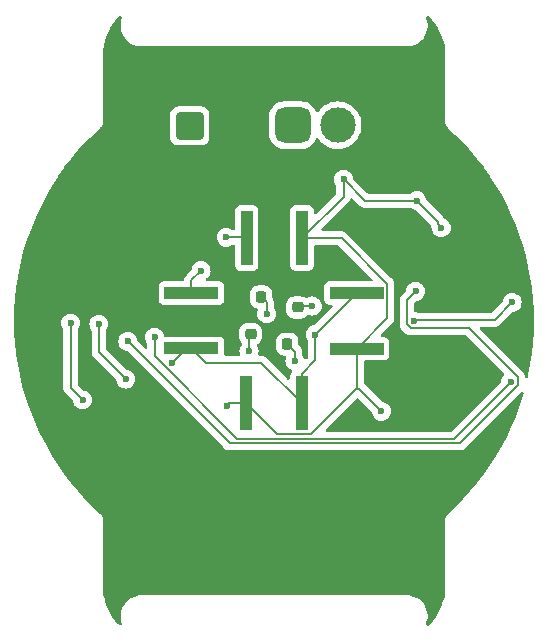
<source format=gbr>
%TF.GenerationSoftware,KiCad,Pcbnew,8.0.1*%
%TF.CreationDate,2024-08-07T16:32:43+02:00*%
%TF.ProjectId,TEP000,54455030-3030-42e6-9b69-6361645f7063,rev?*%
%TF.SameCoordinates,Original*%
%TF.FileFunction,Copper,L2,Bot*%
%TF.FilePolarity,Positive*%
%FSLAX46Y46*%
G04 Gerber Fmt 4.6, Leading zero omitted, Abs format (unit mm)*
G04 Created by KiCad (PCBNEW 8.0.1) date 2024-08-07 16:32:43*
%MOMM*%
%LPD*%
G01*
G04 APERTURE LIST*
G04 Aperture macros list*
%AMRoundRect*
0 Rectangle with rounded corners*
0 $1 Rounding radius*
0 $2 $3 $4 $5 $6 $7 $8 $9 X,Y pos of 4 corners*
0 Add a 4 corners polygon primitive as box body*
4,1,4,$2,$3,$4,$5,$6,$7,$8,$9,$2,$3,0*
0 Add four circle primitives for the rounded corners*
1,1,$1+$1,$2,$3*
1,1,$1+$1,$4,$5*
1,1,$1+$1,$6,$7*
1,1,$1+$1,$8,$9*
0 Add four rect primitives between the rounded corners*
20,1,$1+$1,$2,$3,$4,$5,0*
20,1,$1+$1,$4,$5,$6,$7,0*
20,1,$1+$1,$6,$7,$8,$9,0*
20,1,$1+$1,$8,$9,$2,$3,0*%
G04 Aperture macros list end*
%TA.AperFunction,ComponentPad*%
%ADD10RoundRect,0.200100X0.949900X-0.949900X0.949900X0.949900X-0.949900X0.949900X-0.949900X-0.949900X0*%
%TD*%
%TA.AperFunction,ComponentPad*%
%ADD11C,2.500000*%
%TD*%
%TA.AperFunction,ComponentPad*%
%ADD12RoundRect,0.750000X-0.750000X-0.750000X0.750000X-0.750000X0.750000X0.750000X-0.750000X0.750000X0*%
%TD*%
%TA.AperFunction,ComponentPad*%
%ADD13C,3.000000*%
%TD*%
%TA.AperFunction,SMDPad,CuDef*%
%ADD14R,4.550000X1.000000*%
%TD*%
%TA.AperFunction,SMDPad,CuDef*%
%ADD15RoundRect,0.218750X0.256250X-0.218750X0.256250X0.218750X-0.256250X0.218750X-0.256250X-0.218750X0*%
%TD*%
%TA.AperFunction,SMDPad,CuDef*%
%ADD16RoundRect,0.218750X0.218750X0.256250X-0.218750X0.256250X-0.218750X-0.256250X0.218750X-0.256250X0*%
%TD*%
%TA.AperFunction,SMDPad,CuDef*%
%ADD17RoundRect,0.218750X-0.218750X-0.256250X0.218750X-0.256250X0.218750X0.256250X-0.218750X0.256250X0*%
%TD*%
%TA.AperFunction,SMDPad,CuDef*%
%ADD18R,1.000000X4.550000*%
%TD*%
%TA.AperFunction,SMDPad,CuDef*%
%ADD19RoundRect,0.218750X-0.256250X0.218750X-0.256250X-0.218750X0.256250X-0.218750X0.256250X0.218750X0*%
%TD*%
%TA.AperFunction,ViaPad*%
%ADD20C,0.600000*%
%TD*%
%TA.AperFunction,Conductor*%
%ADD21C,0.200000*%
%TD*%
G04 APERTURE END LIST*
D10*
%TO.P,J1,1,In*%
%TO.N,Net-(J1-In)*%
X127254000Y-60426600D03*
D11*
%TO.P,J1,2,Ext*%
%TO.N,GND*%
X124714000Y-62966600D03*
X129794000Y-62966600D03*
X124714000Y-57886600D03*
X129794000Y-57886600D03*
%TD*%
D12*
%TO.P,J2,1,Pin_1*%
%TO.N,Net-(J2-Pin_1)*%
X135966200Y-60350400D03*
D13*
%TO.P,J2,2,Pin_2*%
%TO.N,unconnected-(J2-Pin_2-Pad2)*%
X139776200Y-60350400D03*
%TO.P,J2,3,Pin_3*%
%TO.N,GND*%
X143586200Y-60350400D03*
%TD*%
D14*
%TO.P,D8,1,K*%
%TO.N,+5V*%
X127381000Y-74561200D03*
%TO.P,D8,2,A*%
%TO.N,Net-(D5-A)*%
X127381000Y-79261200D03*
%TD*%
%TO.P,D6,1,K*%
%TO.N,+5V*%
X141376400Y-79279000D03*
%TO.P,D6,2,A*%
%TO.N,Net-(D5-A)*%
X141376400Y-74579000D03*
%TD*%
D15*
%TO.P,D2,1,K*%
%TO.N,GND*%
X136372600Y-77368500D03*
%TO.P,D2,2,A*%
%TO.N,Net-(D2-A)*%
X136372600Y-75793500D03*
%TD*%
D16*
%TO.P,D1,1,K*%
%TO.N,GND*%
X134874100Y-74904600D03*
%TO.P,D1,2,A*%
%TO.N,Net-(D1-A)*%
X133299100Y-74904600D03*
%TD*%
D17*
%TO.P,D3,1,K*%
%TO.N,GND*%
X133934100Y-78892400D03*
%TO.P,D3,2,A*%
%TO.N,Net-(D3-A)*%
X135509100Y-78892400D03*
%TD*%
D18*
%TO.P,D7,1,K*%
%TO.N,+5V*%
X132016000Y-83921600D03*
%TO.P,D7,2,A*%
%TO.N,Net-(D5-A)*%
X136716000Y-83921600D03*
%TD*%
%TO.P,D5,1,K*%
%TO.N,+5V*%
X136759200Y-69926200D03*
%TO.P,D5,2,A*%
%TO.N,Net-(D5-A)*%
X132059200Y-69926200D03*
%TD*%
D19*
%TO.P,D4,1,K*%
%TO.N,GND*%
X132384800Y-76453900D03*
%TO.P,D4,2,A*%
%TO.N,Net-(D4-A)*%
X132384800Y-78028900D03*
%TD*%
D20*
%TO.N,+5V*%
X143459200Y-84582000D03*
%TO.N,Net-(D5-A)*%
X130327400Y-69850000D03*
X137871200Y-78084200D03*
%TO.N,-3V3*%
X146354800Y-74422000D03*
X121996200Y-78663800D03*
%TO.N,Net-(J1-In)*%
X117144800Y-77114400D03*
X118160800Y-83616800D03*
%TO.N,+3V3*%
X124256800Y-78308200D03*
X154406600Y-82118200D03*
%TO.N,Net-(D2-A)*%
X137617200Y-75666600D03*
%TO.N,Net-(D3-A)*%
X136144000Y-80314800D03*
%TO.N,Net-(D1-A)*%
X133756400Y-76327000D03*
%TO.N,Net-(D4-A)*%
X132257800Y-79451200D03*
%TO.N,Net-(U4--IN)*%
X154533600Y-75361800D03*
X146202400Y-76962000D03*
%TO.N,+5V*%
X130378200Y-84124800D03*
X128193800Y-72669400D03*
X140258800Y-64947800D03*
X146456400Y-66751200D03*
X148539200Y-69037200D03*
%TO.N,Net-(D5-A)*%
X125730000Y-80518000D03*
%TO.N,Net-(C2-Pad2)*%
X121833700Y-81860200D03*
X119547700Y-77212000D03*
%TD*%
D21*
%TO.N,Net-(D5-A)*%
X131983000Y-69850000D02*
X132059200Y-69926200D01*
X130327400Y-69850000D02*
X131983000Y-69850000D01*
%TO.N,+5V*%
X141533800Y-82656600D02*
X141356000Y-82656600D01*
X143459200Y-84582000D02*
X141533800Y-82656600D01*
X141356000Y-82656600D02*
X137516000Y-86496600D01*
X141376400Y-82636200D02*
X141356000Y-82656600D01*
%TO.N,-3V3*%
X145602400Y-75174400D02*
X146354800Y-74422000D01*
X145602400Y-77225600D02*
X145602400Y-75174400D01*
X145938800Y-77562000D02*
X145602400Y-77225600D01*
X150891800Y-77562000D02*
X145938800Y-77562000D01*
X121996200Y-78663800D02*
X130629000Y-87296600D01*
X155006600Y-82381800D02*
X155006600Y-81676800D01*
X150091800Y-87296600D02*
X155006600Y-82381800D01*
X155006600Y-81676800D02*
X150891800Y-77562000D01*
X130629000Y-87296600D02*
X150091800Y-87296600D01*
%TO.N,Net-(J1-In)*%
X117144800Y-82600800D02*
X117144800Y-77114400D01*
X118160800Y-83616800D02*
X117144800Y-82600800D01*
%TO.N,+3V3*%
X149628200Y-86896600D02*
X131260071Y-86896600D01*
X154406600Y-82118200D02*
X149628200Y-86896600D01*
X131260071Y-86896600D02*
X124256800Y-79893329D01*
X124256800Y-79893329D02*
X124256800Y-78308200D01*
%TO.N,Net-(D2-A)*%
X137617200Y-75666600D02*
X136499500Y-75666600D01*
X136499500Y-75666600D02*
X136372600Y-75793500D01*
%TO.N,Net-(D3-A)*%
X136144000Y-79527300D02*
X135509100Y-78892400D01*
X136144000Y-80314800D02*
X136144000Y-79527300D01*
%TO.N,Net-(D1-A)*%
X133756400Y-75361900D02*
X133299100Y-74904600D01*
X133756400Y-76327000D02*
X133756400Y-75361900D01*
%TO.N,Net-(D4-A)*%
X132257800Y-79451200D02*
X132257800Y-78155900D01*
X132257800Y-78155900D02*
X132384800Y-78028900D01*
%TO.N,Net-(U4--IN)*%
X153060400Y-76835000D02*
X154533600Y-75361800D01*
X146329400Y-76835000D02*
X153060400Y-76835000D01*
X146202400Y-76962000D02*
X146329400Y-76835000D01*
%TO.N,+5V*%
X127381000Y-73482200D02*
X127381000Y-74561200D01*
X128193800Y-72669400D02*
X127381000Y-73482200D01*
X130581400Y-83921600D02*
X130378200Y-84124800D01*
X132016000Y-83921600D02*
X130581400Y-83921600D01*
X137516000Y-86496600D02*
X134591000Y-86496600D01*
X134591000Y-86496600D02*
X132016000Y-83921600D01*
X141376400Y-79279000D02*
X141376400Y-82636200D01*
X143951400Y-76704000D02*
X141376400Y-79279000D01*
X143951400Y-73779000D02*
X143951400Y-76704000D01*
X140098600Y-69926200D02*
X143951400Y-73779000D01*
X136759200Y-69926200D02*
X140098600Y-69926200D01*
X140258800Y-66426600D02*
X136759200Y-69926200D01*
X140258800Y-64947800D02*
X140258800Y-66426600D01*
X142062200Y-66751200D02*
X146456400Y-66751200D01*
X140258800Y-64947800D02*
X142062200Y-66751200D01*
X148234400Y-68529200D02*
X146456400Y-66751200D01*
X148234400Y-68732400D02*
X148234400Y-68529200D01*
X148539200Y-69037200D02*
X148234400Y-68732400D01*
%TO.N,Net-(D5-A)*%
X126986800Y-79261200D02*
X125730000Y-80518000D01*
X127381000Y-79261200D02*
X126986800Y-79261200D01*
X136716000Y-81419200D02*
X136716000Y-83921600D01*
X137871200Y-80264000D02*
X136716000Y-81419200D01*
X137871200Y-78084200D02*
X137871200Y-80264000D01*
X141376400Y-74579000D02*
X137871200Y-78084200D01*
X128587000Y-80467200D02*
X127381000Y-79261200D01*
X136716000Y-83921600D02*
X133261600Y-80467200D01*
X133261600Y-80467200D02*
X128587000Y-80467200D01*
%TO.N,Net-(C2-Pad2)*%
X119547700Y-79574200D02*
X119547700Y-77212000D01*
X121833700Y-81860200D02*
X119547700Y-79574200D01*
%TD*%
%TA.AperFunction,Conductor*%
%TO.N,GND*%
G36*
X121427939Y-51124032D02*
G01*
X121481993Y-51168303D01*
X121503531Y-51234770D01*
X121492375Y-51289720D01*
X121485674Y-51304392D01*
X121415129Y-51544646D01*
X121415126Y-51544657D01*
X121379492Y-51792502D01*
X121379492Y-52042897D01*
X121415126Y-52290742D01*
X121415129Y-52290753D01*
X121485674Y-52531007D01*
X121589685Y-52758760D01*
X121589694Y-52758777D01*
X121725066Y-52969419D01*
X121725072Y-52969426D01*
X121889040Y-53158657D01*
X121889042Y-53158659D01*
X122078273Y-53322627D01*
X122078280Y-53322633D01*
X122288922Y-53458005D01*
X122288939Y-53458014D01*
X122516692Y-53562025D01*
X122516696Y-53562026D01*
X122516698Y-53562027D01*
X122756952Y-53632572D01*
X122756954Y-53632572D01*
X122756957Y-53632573D01*
X122805851Y-53639602D01*
X123004801Y-53668208D01*
X123004802Y-53668208D01*
X145703859Y-53668208D01*
X145704104Y-53668192D01*
X145755195Y-53668192D01*
X145755198Y-53668192D01*
X145958625Y-53638943D01*
X146003039Y-53632558D01*
X146003040Y-53632557D01*
X146003044Y-53632557D01*
X146243297Y-53562012D01*
X146243300Y-53562010D01*
X146243302Y-53562010D01*
X146471052Y-53458000D01*
X146471056Y-53457997D01*
X146471064Y-53457994D01*
X146681710Y-53322620D01*
X146870946Y-53158646D01*
X147034920Y-52969410D01*
X147170294Y-52758764D01*
X147170297Y-52758756D01*
X147170300Y-52758752D01*
X147274310Y-52531002D01*
X147274310Y-52531000D01*
X147274312Y-52530997D01*
X147344857Y-52290744D01*
X147380492Y-52042898D01*
X147380492Y-51792502D01*
X147344857Y-51544656D01*
X147274312Y-51304403D01*
X147269566Y-51294012D01*
X147267604Y-51289714D01*
X147257661Y-51220555D01*
X147286687Y-51157000D01*
X147345466Y-51119226D01*
X147415335Y-51119227D01*
X147464170Y-51146780D01*
X147557632Y-51232423D01*
X147565270Y-51240060D01*
X147726655Y-51416181D01*
X147823159Y-51521497D01*
X147830108Y-51529780D01*
X147841524Y-51544657D01*
X148062472Y-51832602D01*
X148068677Y-51841463D01*
X148273771Y-52163397D01*
X148279179Y-52172765D01*
X148455427Y-52511335D01*
X148459996Y-52521132D01*
X148606071Y-52873792D01*
X148609768Y-52883948D01*
X148724548Y-53247986D01*
X148727347Y-53258433D01*
X148809964Y-53631093D01*
X148809965Y-53631095D01*
X148811843Y-53641749D01*
X148861664Y-54020179D01*
X148862607Y-54030956D01*
X148879382Y-54415197D01*
X148879500Y-54420605D01*
X148879500Y-60082607D01*
X148876875Y-60107987D01*
X148876609Y-60109257D01*
X148876609Y-60109259D01*
X148879308Y-60157688D01*
X148879500Y-60164588D01*
X148879500Y-60213096D01*
X148879837Y-60214352D01*
X148883869Y-60239536D01*
X148883941Y-60240839D01*
X148899080Y-60286913D01*
X148901050Y-60293523D01*
X148913608Y-60340388D01*
X148913610Y-60340392D01*
X148914262Y-60341521D01*
X148924668Y-60364787D01*
X148925079Y-60366037D01*
X148925081Y-60366042D01*
X148951639Y-60406644D01*
X148955253Y-60412520D01*
X148979497Y-60454511D01*
X148979498Y-60454512D01*
X148979500Y-60454515D01*
X148980415Y-60455430D01*
X148996506Y-60475233D01*
X148997220Y-60476324D01*
X148997224Y-60476328D01*
X149033383Y-60508669D01*
X149038398Y-60513413D01*
X149072684Y-60547700D01*
X149079129Y-60552645D01*
X149078880Y-60552969D01*
X149091068Y-60561992D01*
X149720830Y-61149562D01*
X149724568Y-61153199D01*
X150370177Y-61808448D01*
X150373757Y-61812238D01*
X150861602Y-62350899D01*
X150991251Y-62494052D01*
X150994669Y-62497990D01*
X151582932Y-63205136D01*
X151586182Y-63209213D01*
X152144231Y-63940511D01*
X152147306Y-63944722D01*
X152674095Y-64698803D01*
X152676991Y-64703140D01*
X153171611Y-65478701D01*
X153174322Y-65483155D01*
X153635909Y-66278839D01*
X153638430Y-66283403D01*
X154066153Y-67097782D01*
X154068480Y-67102448D01*
X154461597Y-67934107D01*
X154463725Y-67938867D01*
X154821516Y-68786286D01*
X154823443Y-68791132D01*
X155145297Y-69652859D01*
X155147018Y-69657780D01*
X155432362Y-70532279D01*
X155433875Y-70537270D01*
X155682194Y-71422972D01*
X155683496Y-71428020D01*
X155894371Y-72323418D01*
X155895459Y-72328518D01*
X156068497Y-73231957D01*
X156069370Y-73237098D01*
X156204274Y-74147022D01*
X156204930Y-74152194D01*
X156301462Y-75066988D01*
X156301900Y-75072184D01*
X156359886Y-75990205D01*
X156360106Y-75995415D01*
X156379447Y-76915101D01*
X156379447Y-76920315D01*
X156360106Y-77840001D01*
X156359886Y-77845211D01*
X156301900Y-78763235D01*
X156301462Y-78768431D01*
X156204931Y-79683219D01*
X156204275Y-79688391D01*
X156069370Y-80598318D01*
X156068497Y-80603459D01*
X155895458Y-81506903D01*
X155894370Y-81512002D01*
X155851799Y-81692767D01*
X155817271Y-81753509D01*
X155755385Y-81785941D01*
X155685788Y-81779766D01*
X155630578Y-81736945D01*
X155607284Y-81671073D01*
X155607101Y-81664342D01*
X155607101Y-81597745D01*
X155607101Y-81597743D01*
X155566177Y-81445015D01*
X155515903Y-81357938D01*
X155487120Y-81308084D01*
X155375316Y-81196280D01*
X155375315Y-81196279D01*
X155370985Y-81191949D01*
X155370974Y-81191939D01*
X151826216Y-77647181D01*
X151792731Y-77585858D01*
X151797715Y-77516166D01*
X151839587Y-77460233D01*
X151905051Y-77435816D01*
X151913897Y-77435500D01*
X152973731Y-77435500D01*
X152973747Y-77435501D01*
X152981343Y-77435501D01*
X153139454Y-77435501D01*
X153139457Y-77435501D01*
X153292185Y-77394577D01*
X153354826Y-77358411D01*
X153429116Y-77315520D01*
X153540920Y-77203716D01*
X153540920Y-77203714D01*
X153551124Y-77193511D01*
X153551128Y-77193506D01*
X154552135Y-76192498D01*
X154613456Y-76159015D01*
X154625911Y-76156963D01*
X154712855Y-76147168D01*
X154883122Y-76087589D01*
X155035862Y-75991616D01*
X155163416Y-75864062D01*
X155259389Y-75711322D01*
X155318968Y-75541055D01*
X155318969Y-75541049D01*
X155339165Y-75361803D01*
X155339165Y-75361796D01*
X155318969Y-75182550D01*
X155318968Y-75182545D01*
X155300621Y-75130113D01*
X155259389Y-75012278D01*
X155163416Y-74859538D01*
X155035862Y-74731984D01*
X154975217Y-74693878D01*
X154883123Y-74636011D01*
X154712854Y-74576431D01*
X154712849Y-74576430D01*
X154533604Y-74556235D01*
X154533596Y-74556235D01*
X154354350Y-74576430D01*
X154354345Y-74576431D01*
X154184076Y-74636011D01*
X154031337Y-74731984D01*
X153903784Y-74859537D01*
X153807810Y-75012278D01*
X153748230Y-75182550D01*
X153738437Y-75269468D01*
X153711370Y-75333882D01*
X153702898Y-75343265D01*
X152847984Y-76198181D01*
X152786661Y-76231666D01*
X152760303Y-76234500D01*
X146568102Y-76234500D01*
X146527148Y-76227542D01*
X146381649Y-76176630D01*
X146313016Y-76168897D01*
X146248602Y-76141830D01*
X146209047Y-76084235D01*
X146202900Y-76045677D01*
X146202900Y-75474496D01*
X146222585Y-75407457D01*
X146239210Y-75386824D01*
X146373336Y-75252697D01*
X146434655Y-75219215D01*
X146447111Y-75217163D01*
X146534055Y-75207368D01*
X146704322Y-75147789D01*
X146857062Y-75051816D01*
X146984616Y-74924262D01*
X147080589Y-74771522D01*
X147140168Y-74601255D01*
X147140261Y-74600431D01*
X147160365Y-74422003D01*
X147160365Y-74421996D01*
X147140169Y-74242750D01*
X147140168Y-74242745D01*
X147087868Y-74093280D01*
X147080589Y-74072478D01*
X147054611Y-74031135D01*
X146996822Y-73939164D01*
X146984616Y-73919738D01*
X146857062Y-73792184D01*
X146744498Y-73721455D01*
X146704323Y-73696211D01*
X146534054Y-73636631D01*
X146534049Y-73636630D01*
X146354804Y-73616435D01*
X146354796Y-73616435D01*
X146175550Y-73636630D01*
X146175545Y-73636631D01*
X146005276Y-73696211D01*
X145852537Y-73792184D01*
X145724984Y-73919737D01*
X145629010Y-74072478D01*
X145569430Y-74242750D01*
X145559637Y-74329668D01*
X145532570Y-74394082D01*
X145524098Y-74403465D01*
X145233686Y-74693878D01*
X145121881Y-74805682D01*
X145121877Y-74805687D01*
X145090788Y-74859537D01*
X145078177Y-74881380D01*
X145056772Y-74918455D01*
X145043865Y-74940811D01*
X145042823Y-74942615D01*
X145001899Y-75095343D01*
X145001899Y-75095345D01*
X145001899Y-75263446D01*
X145001900Y-75263459D01*
X145001900Y-77138930D01*
X145001899Y-77138948D01*
X145001899Y-77304654D01*
X145001898Y-77304654D01*
X145001899Y-77304657D01*
X145025993Y-77394577D01*
X145042824Y-77457387D01*
X145057578Y-77482941D01*
X145057579Y-77482943D01*
X145121877Y-77594312D01*
X145121881Y-77594317D01*
X145240749Y-77713185D01*
X145240755Y-77713190D01*
X145453939Y-77926374D01*
X145453949Y-77926385D01*
X145458279Y-77930715D01*
X145458280Y-77930716D01*
X145570084Y-78042520D01*
X145570086Y-78042521D01*
X145570090Y-78042524D01*
X145707009Y-78121573D01*
X145707016Y-78121577D01*
X145818250Y-78151382D01*
X145818249Y-78151382D01*
X145829367Y-78154360D01*
X145859742Y-78162500D01*
X145859743Y-78162500D01*
X150591703Y-78162500D01*
X150658742Y-78182185D01*
X150679384Y-78198819D01*
X153848962Y-81368397D01*
X153882447Y-81429720D01*
X153877463Y-81499412D01*
X153848963Y-81543759D01*
X153776783Y-81615939D01*
X153680810Y-81768678D01*
X153621230Y-81938950D01*
X153611437Y-82025868D01*
X153584370Y-82090282D01*
X153575898Y-82099665D01*
X149415784Y-86259781D01*
X149354461Y-86293266D01*
X149328103Y-86296100D01*
X138865097Y-86296100D01*
X138798058Y-86276415D01*
X138752303Y-86223611D01*
X138742359Y-86154453D01*
X138771384Y-86090897D01*
X138777416Y-86084419D01*
X141357218Y-83504616D01*
X141418541Y-83471131D01*
X141488233Y-83476115D01*
X141532580Y-83504616D01*
X142628498Y-84600534D01*
X142661983Y-84661857D01*
X142664037Y-84674331D01*
X142673830Y-84761249D01*
X142733410Y-84931521D01*
X142804264Y-85044284D01*
X142829384Y-85084262D01*
X142956938Y-85211816D01*
X143109678Y-85307789D01*
X143279945Y-85367368D01*
X143279950Y-85367369D01*
X143459196Y-85387565D01*
X143459200Y-85387565D01*
X143459204Y-85387565D01*
X143638449Y-85367369D01*
X143638452Y-85367368D01*
X143638455Y-85367368D01*
X143808722Y-85307789D01*
X143961462Y-85211816D01*
X144089016Y-85084262D01*
X144184989Y-84931522D01*
X144244568Y-84761255D01*
X144254362Y-84674331D01*
X144264765Y-84582003D01*
X144264765Y-84581996D01*
X144244569Y-84402750D01*
X144244568Y-84402745D01*
X144244366Y-84402168D01*
X144184989Y-84232478D01*
X144089016Y-84079738D01*
X143961462Y-83952184D01*
X143950896Y-83945545D01*
X143808721Y-83856210D01*
X143638449Y-83796630D01*
X143551531Y-83786837D01*
X143487117Y-83759770D01*
X143477734Y-83751298D01*
X142021390Y-82294955D01*
X142021388Y-82294952D01*
X142013219Y-82286783D01*
X142010284Y-82281408D01*
X142005897Y-82276057D01*
X142005895Y-82276054D01*
X142006969Y-82275337D01*
X141979734Y-82225460D01*
X141976900Y-82199102D01*
X141976900Y-80403499D01*
X141996585Y-80336460D01*
X142049389Y-80290705D01*
X142100900Y-80279499D01*
X143699271Y-80279499D01*
X143699272Y-80279499D01*
X143758883Y-80273091D01*
X143893731Y-80222796D01*
X144008946Y-80136546D01*
X144095196Y-80021331D01*
X144145491Y-79886483D01*
X144151900Y-79826873D01*
X144151899Y-78731128D01*
X144145491Y-78671517D01*
X144142611Y-78663796D01*
X144095197Y-78536671D01*
X144095193Y-78536664D01*
X144008947Y-78421455D01*
X144008944Y-78421452D01*
X143893735Y-78335206D01*
X143893728Y-78335202D01*
X143758882Y-78284908D01*
X143758883Y-78284908D01*
X143699283Y-78278501D01*
X143699281Y-78278500D01*
X143699273Y-78278500D01*
X143699265Y-78278500D01*
X143525496Y-78278500D01*
X143458457Y-78258815D01*
X143412702Y-78206011D01*
X143402758Y-78136853D01*
X143431783Y-78073297D01*
X143437815Y-78066819D01*
X143858656Y-77645978D01*
X144309906Y-77194728D01*
X144309911Y-77194724D01*
X144320114Y-77184520D01*
X144320116Y-77184520D01*
X144431920Y-77072716D01*
X144485324Y-76980216D01*
X144510977Y-76935785D01*
X144551901Y-76783057D01*
X144551901Y-76624943D01*
X144551901Y-76617348D01*
X144551900Y-76617330D01*
X144551900Y-73868059D01*
X144551901Y-73868046D01*
X144551901Y-73699945D01*
X144551901Y-73699943D01*
X144510977Y-73547215D01*
X144469263Y-73474965D01*
X144431920Y-73410284D01*
X144320116Y-73298480D01*
X144320115Y-73298479D01*
X144315785Y-73294149D01*
X144315774Y-73294139D01*
X140586190Y-69564555D01*
X140586188Y-69564552D01*
X140467317Y-69445681D01*
X140467316Y-69445680D01*
X140365197Y-69386722D01*
X140330385Y-69366623D01*
X140177657Y-69325699D01*
X140019543Y-69325699D01*
X140011947Y-69325699D01*
X140011931Y-69325700D01*
X138508297Y-69325700D01*
X138441258Y-69306015D01*
X138395503Y-69253211D01*
X138385559Y-69184053D01*
X138414584Y-69120497D01*
X138420616Y-69114019D01*
X139458170Y-68076465D01*
X140739320Y-66795316D01*
X140818377Y-66658384D01*
X140826562Y-66627836D01*
X140862926Y-66568179D01*
X140925773Y-66537650D01*
X140995149Y-66545945D01*
X141034016Y-66572251D01*
X141693484Y-67231720D01*
X141693486Y-67231721D01*
X141693490Y-67231724D01*
X141830409Y-67310773D01*
X141830416Y-67310777D01*
X141983143Y-67351701D01*
X141983145Y-67351701D01*
X142148854Y-67351701D01*
X142148870Y-67351700D01*
X145873988Y-67351700D01*
X145941027Y-67371385D01*
X145951303Y-67378755D01*
X145954136Y-67381014D01*
X145954138Y-67381016D01*
X146106878Y-67476989D01*
X146277145Y-67536568D01*
X146364069Y-67546361D01*
X146428480Y-67573426D01*
X146437865Y-67581900D01*
X147599052Y-68743087D01*
X147632537Y-68804410D01*
X147633516Y-68810026D01*
X147674823Y-68964185D01*
X147701113Y-69009720D01*
X147701114Y-69009723D01*
X147724737Y-69050641D01*
X147740569Y-69098755D01*
X147753830Y-69216449D01*
X147813410Y-69386721D01*
X147850456Y-69445679D01*
X147909384Y-69539462D01*
X148036938Y-69667016D01*
X148189678Y-69762989D01*
X148359945Y-69822568D01*
X148359950Y-69822569D01*
X148539196Y-69842765D01*
X148539200Y-69842765D01*
X148539204Y-69842765D01*
X148718449Y-69822569D01*
X148718452Y-69822568D01*
X148718455Y-69822568D01*
X148888722Y-69762989D01*
X149041462Y-69667016D01*
X149169016Y-69539462D01*
X149264989Y-69386722D01*
X149324568Y-69216455D01*
X149334816Y-69125500D01*
X149344765Y-69037203D01*
X149344765Y-69037196D01*
X149324569Y-68857950D01*
X149324568Y-68857945D01*
X149264988Y-68687676D01*
X149225782Y-68625280D01*
X149169016Y-68534938D01*
X149041462Y-68407384D01*
X148888721Y-68311410D01*
X148823544Y-68288604D01*
X148766767Y-68247882D01*
X148757113Y-68233566D01*
X148714920Y-68160484D01*
X147287099Y-66732664D01*
X147253615Y-66671342D01*
X147251563Y-66658886D01*
X147241768Y-66571945D01*
X147182189Y-66401678D01*
X147086216Y-66248938D01*
X146958662Y-66121384D01*
X146947517Y-66114381D01*
X146805923Y-66025411D01*
X146635654Y-65965831D01*
X146635649Y-65965830D01*
X146456404Y-65945635D01*
X146456396Y-65945635D01*
X146277150Y-65965830D01*
X146277145Y-65965831D01*
X146106876Y-66025411D01*
X145954136Y-66121385D01*
X145951303Y-66123645D01*
X145949124Y-66124534D01*
X145948242Y-66125089D01*
X145948144Y-66124934D01*
X145886617Y-66150055D01*
X145873988Y-66150700D01*
X142362298Y-66150700D01*
X142295259Y-66131015D01*
X142274617Y-66114381D01*
X141089500Y-64929265D01*
X141056015Y-64867942D01*
X141053963Y-64855486D01*
X141044168Y-64768545D01*
X140984589Y-64598278D01*
X140888616Y-64445538D01*
X140761062Y-64317984D01*
X140608323Y-64222011D01*
X140438054Y-64162431D01*
X140438049Y-64162430D01*
X140258804Y-64142235D01*
X140258796Y-64142235D01*
X140079550Y-64162430D01*
X140079545Y-64162431D01*
X139909276Y-64222011D01*
X139756537Y-64317984D01*
X139628984Y-64445537D01*
X139533011Y-64598276D01*
X139473431Y-64768545D01*
X139473430Y-64768550D01*
X139453235Y-64947796D01*
X139453235Y-64947803D01*
X139473430Y-65127049D01*
X139473431Y-65127054D01*
X139533011Y-65297323D01*
X139628985Y-65450063D01*
X139631245Y-65452897D01*
X139632134Y-65455075D01*
X139632689Y-65455958D01*
X139632534Y-65456055D01*
X139657655Y-65517583D01*
X139658300Y-65530212D01*
X139658300Y-66126502D01*
X139638615Y-66193541D01*
X139621981Y-66214183D01*
X137971380Y-67864784D01*
X137910057Y-67898269D01*
X137840365Y-67893285D01*
X137784432Y-67851413D01*
X137760015Y-67785949D01*
X137759699Y-67777103D01*
X137759699Y-67603329D01*
X137759698Y-67603323D01*
X137759697Y-67603316D01*
X137753291Y-67543717D01*
X137750624Y-67536567D01*
X137702997Y-67408871D01*
X137702993Y-67408864D01*
X137616747Y-67293655D01*
X137616744Y-67293652D01*
X137501535Y-67207406D01*
X137501528Y-67207402D01*
X137366682Y-67157108D01*
X137366683Y-67157108D01*
X137307083Y-67150701D01*
X137307081Y-67150700D01*
X137307073Y-67150700D01*
X137307064Y-67150700D01*
X136211329Y-67150700D01*
X136211323Y-67150701D01*
X136151716Y-67157108D01*
X136016871Y-67207402D01*
X136016864Y-67207406D01*
X135901655Y-67293652D01*
X135901652Y-67293655D01*
X135815406Y-67408864D01*
X135815402Y-67408871D01*
X135765108Y-67543717D01*
X135758701Y-67603316D01*
X135758701Y-67603323D01*
X135758700Y-67603335D01*
X135758700Y-72249070D01*
X135758701Y-72249076D01*
X135765108Y-72308683D01*
X135815402Y-72443528D01*
X135815406Y-72443535D01*
X135901652Y-72558744D01*
X135901655Y-72558747D01*
X136016864Y-72644993D01*
X136016871Y-72644997D01*
X136151717Y-72695291D01*
X136151716Y-72695291D01*
X136158644Y-72696035D01*
X136211327Y-72701700D01*
X137307072Y-72701699D01*
X137366683Y-72695291D01*
X137501531Y-72644996D01*
X137616746Y-72558746D01*
X137702996Y-72443531D01*
X137753291Y-72308683D01*
X137759700Y-72249073D01*
X137759700Y-70650700D01*
X137779385Y-70583661D01*
X137832189Y-70537906D01*
X137883700Y-70526700D01*
X139798503Y-70526700D01*
X139865542Y-70546385D01*
X139886184Y-70563019D01*
X142689984Y-73366819D01*
X142723469Y-73428142D01*
X142718485Y-73497834D01*
X142676613Y-73553767D01*
X142611149Y-73578184D01*
X142602303Y-73578500D01*
X139053529Y-73578500D01*
X139053523Y-73578501D01*
X138993916Y-73584908D01*
X138859071Y-73635202D01*
X138859064Y-73635206D01*
X138743855Y-73721452D01*
X138743852Y-73721455D01*
X138657606Y-73836664D01*
X138657602Y-73836671D01*
X138607308Y-73971517D01*
X138600901Y-74031116D01*
X138600900Y-74031135D01*
X138600900Y-75126870D01*
X138600901Y-75126876D01*
X138607308Y-75186483D01*
X138657602Y-75321328D01*
X138657606Y-75321335D01*
X138743852Y-75436544D01*
X138743855Y-75436547D01*
X138859064Y-75522793D01*
X138859071Y-75522797D01*
X138904018Y-75539561D01*
X138993917Y-75573091D01*
X139053527Y-75579500D01*
X139227303Y-75579499D01*
X139294341Y-75599183D01*
X139340096Y-75651987D01*
X139350040Y-75721145D01*
X139321015Y-75784701D01*
X139314983Y-75791180D01*
X137852665Y-77253498D01*
X137791342Y-77286983D01*
X137778868Y-77289037D01*
X137691950Y-77298830D01*
X137521678Y-77358410D01*
X137368937Y-77454384D01*
X137241384Y-77581937D01*
X137145411Y-77734676D01*
X137085831Y-77904945D01*
X137085830Y-77904950D01*
X137065635Y-78084196D01*
X137065635Y-78084203D01*
X137085830Y-78263449D01*
X137085831Y-78263454D01*
X137145411Y-78433723D01*
X137180594Y-78489715D01*
X137231961Y-78571466D01*
X137241385Y-78586463D01*
X137243645Y-78589297D01*
X137244534Y-78591475D01*
X137245089Y-78592358D01*
X137244934Y-78592455D01*
X137270055Y-78653983D01*
X137270700Y-78666612D01*
X137270700Y-79963902D01*
X137251015Y-80030941D01*
X137234385Y-80051578D01*
X137172939Y-80113025D01*
X137126211Y-80159753D01*
X137064888Y-80193237D01*
X136995196Y-80188253D01*
X136939263Y-80146381D01*
X136921488Y-80113025D01*
X136869789Y-79965278D01*
X136833563Y-79907625D01*
X136773816Y-79812538D01*
X136773814Y-79812536D01*
X136773813Y-79812534D01*
X136771550Y-79809696D01*
X136770659Y-79807515D01*
X136770111Y-79806642D01*
X136770264Y-79806545D01*
X136745144Y-79745009D01*
X136744500Y-79732387D01*
X136744500Y-79448245D01*
X136744499Y-79448241D01*
X136715566Y-79340255D01*
X136715566Y-79340254D01*
X136703578Y-79295518D01*
X136703577Y-79295515D01*
X136672877Y-79242342D01*
X136646453Y-79196574D01*
X136646452Y-79196572D01*
X136624522Y-79158587D01*
X136624521Y-79158586D01*
X136624520Y-79158584D01*
X136512716Y-79046780D01*
X136512715Y-79046779D01*
X136508385Y-79042449D01*
X136508374Y-79042439D01*
X136483419Y-79017484D01*
X136449934Y-78956161D01*
X136447100Y-78929803D01*
X136447100Y-78588231D01*
X136447099Y-78588218D01*
X136440014Y-78518871D01*
X136437036Y-78489715D01*
X136384149Y-78330113D01*
X136384145Y-78330107D01*
X136384144Y-78330104D01*
X136295883Y-78187012D01*
X136295880Y-78187008D01*
X136176991Y-78068119D01*
X136176987Y-78068116D01*
X136033895Y-77979855D01*
X136033889Y-77979852D01*
X136033887Y-77979851D01*
X135874285Y-77926964D01*
X135874283Y-77926963D01*
X135775781Y-77916900D01*
X135775774Y-77916900D01*
X135242426Y-77916900D01*
X135242418Y-77916900D01*
X135143916Y-77926963D01*
X135143915Y-77926964D01*
X135064819Y-77953173D01*
X134984315Y-77979850D01*
X134984304Y-77979855D01*
X134841212Y-78068116D01*
X134841208Y-78068119D01*
X134722319Y-78187008D01*
X134722316Y-78187012D01*
X134634055Y-78330104D01*
X134634050Y-78330115D01*
X134609682Y-78403654D01*
X134581164Y-78489715D01*
X134581164Y-78489716D01*
X134581163Y-78489716D01*
X134571100Y-78588218D01*
X134571100Y-79196572D01*
X134581163Y-79295083D01*
X134634050Y-79454684D01*
X134634055Y-79454695D01*
X134722316Y-79597787D01*
X134722319Y-79597791D01*
X134841208Y-79716680D01*
X134841212Y-79716683D01*
X134984304Y-79804944D01*
X134984307Y-79804945D01*
X134984313Y-79804949D01*
X135143915Y-79857836D01*
X135242426Y-79867900D01*
X135277523Y-79867900D01*
X135344562Y-79887585D01*
X135390317Y-79940389D01*
X135400261Y-80009547D01*
X135394564Y-80032855D01*
X135358633Y-80135537D01*
X135358630Y-80135550D01*
X135338435Y-80314796D01*
X135338435Y-80314803D01*
X135358630Y-80494049D01*
X135358631Y-80494054D01*
X135418211Y-80664323D01*
X135425683Y-80676214D01*
X135514184Y-80817062D01*
X135641738Y-80944616D01*
X135752848Y-81014431D01*
X135794478Y-81040589D01*
X135844616Y-81058133D01*
X135901392Y-81098855D01*
X135927140Y-81163807D01*
X135913684Y-81232369D01*
X135877975Y-81274440D01*
X135858454Y-81289053D01*
X135858452Y-81289055D01*
X135772206Y-81404264D01*
X135772202Y-81404271D01*
X135721908Y-81539117D01*
X135715501Y-81598716D01*
X135715501Y-81598723D01*
X135715500Y-81598735D01*
X135715500Y-81772503D01*
X135695815Y-81839542D01*
X135643011Y-81885297D01*
X135573853Y-81895241D01*
X135510297Y-81866216D01*
X135503819Y-81860184D01*
X133749190Y-80105555D01*
X133749188Y-80105552D01*
X133630317Y-79986681D01*
X133630309Y-79986675D01*
X133535123Y-79931720D01*
X133535121Y-79931719D01*
X133493390Y-79907625D01*
X133493389Y-79907624D01*
X133480863Y-79904267D01*
X133340657Y-79866699D01*
X133182543Y-79866699D01*
X133174947Y-79866699D01*
X133174931Y-79866700D01*
X133135265Y-79866700D01*
X133068226Y-79847015D01*
X133022471Y-79794211D01*
X133012527Y-79725053D01*
X133018223Y-79701746D01*
X133043167Y-79630457D01*
X133043168Y-79630455D01*
X133043169Y-79630449D01*
X133063365Y-79451203D01*
X133063365Y-79451196D01*
X133043169Y-79271950D01*
X133043168Y-79271945D01*
X132983588Y-79101675D01*
X132950377Y-79048822D01*
X132931376Y-78981586D01*
X132951743Y-78914750D01*
X132990271Y-78877312D01*
X133090191Y-78815681D01*
X133209081Y-78696791D01*
X133297349Y-78553687D01*
X133350236Y-78394085D01*
X133360300Y-78295574D01*
X133360300Y-77762226D01*
X133350236Y-77663715D01*
X133297349Y-77504113D01*
X133297345Y-77504107D01*
X133297344Y-77504104D01*
X133209083Y-77361012D01*
X133209080Y-77361008D01*
X133090191Y-77242119D01*
X133090187Y-77242116D01*
X132947095Y-77153855D01*
X132947089Y-77153852D01*
X132947087Y-77153851D01*
X132787485Y-77100964D01*
X132787483Y-77100963D01*
X132688981Y-77090900D01*
X132688974Y-77090900D01*
X132080626Y-77090900D01*
X132080618Y-77090900D01*
X131982116Y-77100963D01*
X131982115Y-77100964D01*
X131941580Y-77114396D01*
X131822515Y-77153850D01*
X131822504Y-77153855D01*
X131679412Y-77242116D01*
X131679408Y-77242119D01*
X131560519Y-77361008D01*
X131560516Y-77361012D01*
X131472255Y-77504104D01*
X131472251Y-77504113D01*
X131419364Y-77663715D01*
X131419364Y-77663716D01*
X131419363Y-77663716D01*
X131409300Y-77762218D01*
X131409300Y-78295581D01*
X131419363Y-78394083D01*
X131472250Y-78553684D01*
X131472255Y-78553695D01*
X131560516Y-78696787D01*
X131560519Y-78696791D01*
X131620981Y-78757253D01*
X131654466Y-78818576D01*
X131657300Y-78844934D01*
X131657300Y-78868787D01*
X131637615Y-78935826D01*
X131630250Y-78946096D01*
X131627986Y-78948934D01*
X131532011Y-79101676D01*
X131472431Y-79271945D01*
X131472430Y-79271950D01*
X131452235Y-79451196D01*
X131452235Y-79451203D01*
X131472430Y-79630449D01*
X131472432Y-79630457D01*
X131497377Y-79701746D01*
X131500938Y-79771525D01*
X131466209Y-79832152D01*
X131404215Y-79864379D01*
X131380335Y-79866700D01*
X130280500Y-79866700D01*
X130213461Y-79847015D01*
X130167706Y-79794211D01*
X130156500Y-79742700D01*
X130156499Y-78713329D01*
X130156498Y-78713323D01*
X130150091Y-78653716D01*
X130099797Y-78518871D01*
X130099793Y-78518864D01*
X130013547Y-78403655D01*
X130013544Y-78403652D01*
X129898335Y-78317406D01*
X129898328Y-78317402D01*
X129763482Y-78267108D01*
X129763483Y-78267108D01*
X129703883Y-78260701D01*
X129703881Y-78260700D01*
X129703873Y-78260700D01*
X129703865Y-78260700D01*
X125167826Y-78260700D01*
X125100787Y-78241015D01*
X125055032Y-78188211D01*
X125044606Y-78150585D01*
X125042168Y-78128945D01*
X124982589Y-77958678D01*
X124965017Y-77930713D01*
X124886615Y-77805937D01*
X124759062Y-77678384D01*
X124606323Y-77582411D01*
X124436054Y-77522831D01*
X124436049Y-77522830D01*
X124256804Y-77502635D01*
X124256796Y-77502635D01*
X124077550Y-77522830D01*
X124077545Y-77522831D01*
X123907276Y-77582411D01*
X123754537Y-77678384D01*
X123626984Y-77805937D01*
X123531011Y-77958676D01*
X123471431Y-78128945D01*
X123471430Y-78128950D01*
X123451235Y-78308196D01*
X123451235Y-78308203D01*
X123471430Y-78487449D01*
X123471431Y-78487454D01*
X123531011Y-78657723D01*
X123565951Y-78713329D01*
X123616371Y-78793572D01*
X123626985Y-78810463D01*
X123629245Y-78813297D01*
X123630134Y-78815475D01*
X123630689Y-78816358D01*
X123630534Y-78816455D01*
X123655655Y-78877983D01*
X123656300Y-78890612D01*
X123656300Y-79175303D01*
X123636615Y-79242342D01*
X123583811Y-79288097D01*
X123514653Y-79298041D01*
X123451097Y-79269016D01*
X123444619Y-79262984D01*
X122826900Y-78645265D01*
X122793415Y-78583942D01*
X122791363Y-78571486D01*
X122781568Y-78484545D01*
X122721989Y-78314278D01*
X122626016Y-78161538D01*
X122498462Y-78033984D01*
X122345723Y-77938011D01*
X122175454Y-77878431D01*
X122175449Y-77878430D01*
X121996204Y-77858235D01*
X121996196Y-77858235D01*
X121816950Y-77878430D01*
X121816945Y-77878431D01*
X121646676Y-77938011D01*
X121493937Y-78033984D01*
X121366384Y-78161537D01*
X121270411Y-78314276D01*
X121210831Y-78484545D01*
X121210830Y-78484550D01*
X121190635Y-78663796D01*
X121190635Y-78663803D01*
X121210830Y-78843049D01*
X121210831Y-78843054D01*
X121270411Y-79013323D01*
X121361687Y-79158587D01*
X121366384Y-79166062D01*
X121493938Y-79293616D01*
X121646678Y-79389589D01*
X121816945Y-79449168D01*
X121903869Y-79458961D01*
X121968280Y-79486026D01*
X121977665Y-79494500D01*
X130144139Y-87660974D01*
X130144149Y-87660985D01*
X130148479Y-87665315D01*
X130148480Y-87665316D01*
X130260284Y-87777120D01*
X130347095Y-87827239D01*
X130347097Y-87827241D01*
X130385151Y-87849211D01*
X130397215Y-87856177D01*
X130549943Y-87897101D01*
X130549946Y-87897101D01*
X130715653Y-87897101D01*
X130715669Y-87897100D01*
X150005131Y-87897100D01*
X150005147Y-87897101D01*
X150012743Y-87897101D01*
X150170854Y-87897101D01*
X150170857Y-87897101D01*
X150323585Y-87856177D01*
X150373704Y-87827239D01*
X150460516Y-87777120D01*
X150572320Y-87665316D01*
X150572320Y-87665314D01*
X150582528Y-87655107D01*
X150582530Y-87655104D01*
X155291534Y-82946099D01*
X155352855Y-82912616D01*
X155422547Y-82917600D01*
X155478480Y-82959472D01*
X155502897Y-83024936D01*
X155498609Y-83067256D01*
X155433876Y-83298146D01*
X155432363Y-83303137D01*
X155147019Y-84177637D01*
X155145298Y-84182558D01*
X154823444Y-85044284D01*
X154821517Y-85049130D01*
X154463726Y-85896549D01*
X154461598Y-85901309D01*
X154068481Y-86732968D01*
X154066154Y-86737634D01*
X153638432Y-87552014D01*
X153635911Y-87556578D01*
X153174324Y-88352262D01*
X153171613Y-88356716D01*
X152676992Y-89132277D01*
X152674096Y-89136614D01*
X152147299Y-89890707D01*
X152144224Y-89894917D01*
X151586193Y-90626192D01*
X151582943Y-90630270D01*
X150994671Y-91337427D01*
X150991253Y-91341365D01*
X150373748Y-92023192D01*
X150370167Y-92026982D01*
X149724580Y-92682206D01*
X149720844Y-92685843D01*
X149091077Y-93273419D01*
X149078882Y-93282448D01*
X149079130Y-93282770D01*
X149072685Y-93287715D01*
X149038394Y-93322005D01*
X149033384Y-93326744D01*
X148997218Y-93359093D01*
X148997217Y-93359094D01*
X148996498Y-93360194D01*
X148980431Y-93379968D01*
X148979505Y-93380893D01*
X148979500Y-93380900D01*
X148955243Y-93422912D01*
X148951631Y-93428785D01*
X148925078Y-93469379D01*
X148925077Y-93469382D01*
X148924667Y-93470630D01*
X148914266Y-93493888D01*
X148913610Y-93495024D01*
X148913604Y-93495037D01*
X148901052Y-93541883D01*
X148899082Y-93548493D01*
X148883942Y-93594571D01*
X148883941Y-93594576D01*
X148883869Y-93595879D01*
X148879837Y-93621061D01*
X148879501Y-93622314D01*
X148879500Y-93622323D01*
X148879500Y-93670826D01*
X148879308Y-93677725D01*
X148876609Y-93726155D01*
X148876609Y-93726157D01*
X148876875Y-93727428D01*
X148879500Y-93752806D01*
X148879500Y-99415000D01*
X148879382Y-99420409D01*
X148862613Y-99804457D01*
X148861670Y-99815233D01*
X148811848Y-100193663D01*
X148809970Y-100204316D01*
X148727354Y-100576975D01*
X148724554Y-100587425D01*
X148609772Y-100951464D01*
X148606072Y-100961629D01*
X148460000Y-101314277D01*
X148455428Y-101324081D01*
X148279177Y-101662655D01*
X148273768Y-101672023D01*
X148068687Y-101993934D01*
X148062483Y-102002795D01*
X147830103Y-102305638D01*
X147823149Y-102313925D01*
X147565287Y-102595332D01*
X147557638Y-102602982D01*
X147464164Y-102688634D01*
X147401438Y-102719412D01*
X147332030Y-102711392D01*
X147277977Y-102667120D01*
X147256439Y-102600653D01*
X147267598Y-102545697D01*
X147274312Y-102530997D01*
X147344857Y-102290744D01*
X147380492Y-102042898D01*
X147380492Y-101792502D01*
X147344857Y-101544656D01*
X147274312Y-101304403D01*
X147274310Y-101304398D01*
X147274310Y-101304397D01*
X147170300Y-101076647D01*
X147170291Y-101076631D01*
X147034920Y-100865990D01*
X146870946Y-100676753D01*
X146681709Y-100512779D01*
X146471068Y-100377408D01*
X146471052Y-100377399D01*
X146243302Y-100273389D01*
X146003049Y-100202844D01*
X146003039Y-100202841D01*
X145800629Y-100173740D01*
X145755198Y-100167208D01*
X145755196Y-100167208D01*
X123181378Y-100167208D01*
X123181324Y-100167192D01*
X123130000Y-100167192D01*
X123004801Y-100167192D01*
X122979792Y-100170787D01*
X122756957Y-100202826D01*
X122756946Y-100202829D01*
X122516692Y-100273374D01*
X122288939Y-100377385D01*
X122288922Y-100377394D01*
X122078280Y-100512766D01*
X122078273Y-100512772D01*
X121889042Y-100676740D01*
X121889040Y-100676742D01*
X121725072Y-100865973D01*
X121725066Y-100865980D01*
X121589694Y-101076622D01*
X121589685Y-101076639D01*
X121485674Y-101304392D01*
X121415129Y-101544646D01*
X121415126Y-101544657D01*
X121379492Y-101792502D01*
X121379492Y-102042897D01*
X121415126Y-102290742D01*
X121415129Y-102290753D01*
X121458481Y-102438395D01*
X121485673Y-102531002D01*
X121492381Y-102545691D01*
X121502325Y-102614848D01*
X121473301Y-102678404D01*
X121414523Y-102716179D01*
X121344653Y-102716179D01*
X121295815Y-102688625D01*
X121202356Y-102602987D01*
X121194712Y-102595343D01*
X120936839Y-102313924D01*
X120929890Y-102305643D01*
X120697510Y-102002800D01*
X120691306Y-101993939D01*
X120592826Y-101839357D01*
X120486222Y-101672023D01*
X120480815Y-101662659D01*
X120480813Y-101662655D01*
X120304561Y-101324078D01*
X120299992Y-101314281D01*
X120153914Y-100961617D01*
X120150225Y-100951482D01*
X120035436Y-100587418D01*
X120032642Y-100576993D01*
X119950019Y-100204309D01*
X119948143Y-100193664D01*
X119935636Y-100098663D01*
X119898319Y-99815213D01*
X119897379Y-99804479D01*
X119880618Y-99420593D01*
X119880500Y-99415184D01*
X119880500Y-93752807D01*
X119883125Y-93727429D01*
X119883125Y-93727428D01*
X119883391Y-93726157D01*
X119880692Y-93677725D01*
X119880500Y-93670827D01*
X119880500Y-93622326D01*
X119880500Y-93622324D01*
X119880162Y-93621061D01*
X119876130Y-93595870D01*
X119876058Y-93594577D01*
X119875257Y-93592139D01*
X119860917Y-93548498D01*
X119858945Y-93541883D01*
X119846392Y-93495030D01*
X119845741Y-93493902D01*
X119835322Y-93470602D01*
X119834920Y-93469380D01*
X119834920Y-93469379D01*
X119808364Y-93428780D01*
X119804755Y-93422913D01*
X119780500Y-93380902D01*
X119779583Y-93379985D01*
X119763493Y-93360183D01*
X119763447Y-93360114D01*
X119762780Y-93359093D01*
X119762775Y-93359089D01*
X119762774Y-93359087D01*
X119726615Y-93326745D01*
X119721600Y-93322002D01*
X119687316Y-93287718D01*
X119687314Y-93287716D01*
X119687311Y-93287714D01*
X119680871Y-93282772D01*
X119681119Y-93282447D01*
X119668931Y-93273425D01*
X119039169Y-92685854D01*
X119035432Y-92682217D01*
X119035421Y-92682206D01*
X118389823Y-92026968D01*
X118386243Y-92023178D01*
X118197959Y-91815282D01*
X117768738Y-91341353D01*
X117765362Y-91337465D01*
X117177044Y-90630251D01*
X117173809Y-90626191D01*
X116615756Y-89894888D01*
X116612703Y-89890706D01*
X116085906Y-89136613D01*
X116083010Y-89132276D01*
X115588390Y-88356715D01*
X115585679Y-88352261D01*
X115297894Y-87856177D01*
X115124085Y-87556565D01*
X115121571Y-87552013D01*
X114693849Y-86737633D01*
X114691522Y-86732967D01*
X114483680Y-86293266D01*
X114298396Y-85901288D01*
X114296286Y-85896568D01*
X113938483Y-85049122D01*
X113936561Y-85044289D01*
X113614695Y-84182530D01*
X113612984Y-84177637D01*
X113327636Y-83303119D01*
X113326137Y-83298177D01*
X113077808Y-82412439D01*
X113076507Y-82407395D01*
X113057588Y-82327061D01*
X112865628Y-81511981D01*
X112864544Y-81506898D01*
X112863110Y-81499412D01*
X112691504Y-80603444D01*
X112690634Y-80598318D01*
X112682865Y-80545918D01*
X112561164Y-79725053D01*
X112555729Y-79688391D01*
X112555073Y-79683219D01*
X112551911Y-79653254D01*
X112458539Y-78768396D01*
X112458106Y-78763265D01*
X112400116Y-77845184D01*
X112399899Y-77840027D01*
X112384639Y-77114403D01*
X116339235Y-77114403D01*
X116359430Y-77293649D01*
X116359431Y-77293654D01*
X116419011Y-77463923D01*
X116479315Y-77559896D01*
X116493165Y-77581938D01*
X116514985Y-77616663D01*
X116517245Y-77619497D01*
X116518134Y-77621675D01*
X116518689Y-77622558D01*
X116518534Y-77622655D01*
X116543655Y-77684183D01*
X116544300Y-77696812D01*
X116544300Y-82514130D01*
X116544299Y-82514148D01*
X116544299Y-82679854D01*
X116544298Y-82679854D01*
X116585223Y-82832585D01*
X116614158Y-82882700D01*
X116614159Y-82882704D01*
X116614160Y-82882704D01*
X116664279Y-82969514D01*
X116664281Y-82969517D01*
X116783149Y-83088385D01*
X116783155Y-83088390D01*
X117330098Y-83635333D01*
X117363583Y-83696656D01*
X117365637Y-83709130D01*
X117375430Y-83796049D01*
X117435010Y-83966321D01*
X117469683Y-84021502D01*
X117530984Y-84119062D01*
X117658538Y-84246616D01*
X117748880Y-84303382D01*
X117797164Y-84333721D01*
X117811278Y-84342589D01*
X117981545Y-84402168D01*
X117981550Y-84402169D01*
X118160796Y-84422365D01*
X118160800Y-84422365D01*
X118160804Y-84422365D01*
X118340049Y-84402169D01*
X118340052Y-84402168D01*
X118340055Y-84402168D01*
X118510322Y-84342589D01*
X118663062Y-84246616D01*
X118790616Y-84119062D01*
X118886589Y-83966322D01*
X118946168Y-83796055D01*
X118948509Y-83775278D01*
X118966365Y-83616803D01*
X118966365Y-83616796D01*
X118946169Y-83437550D01*
X118946168Y-83437545D01*
X118907489Y-83327006D01*
X118886589Y-83267278D01*
X118790616Y-83114538D01*
X118663062Y-82986984D01*
X118510321Y-82891010D01*
X118340049Y-82831430D01*
X118253130Y-82821637D01*
X118188716Y-82794570D01*
X118179333Y-82786098D01*
X117781619Y-82388384D01*
X117748134Y-82327061D01*
X117745300Y-82300703D01*
X117745300Y-77696812D01*
X117764985Y-77629773D01*
X117772355Y-77619497D01*
X117774610Y-77616667D01*
X117774616Y-77616662D01*
X117870589Y-77463922D01*
X117930168Y-77293655D01*
X117930169Y-77293649D01*
X117939368Y-77212003D01*
X118742135Y-77212003D01*
X118762330Y-77391249D01*
X118762331Y-77391254D01*
X118821911Y-77561523D01*
X118860262Y-77622558D01*
X118917210Y-77713190D01*
X118917885Y-77714263D01*
X118920145Y-77717097D01*
X118921034Y-77719275D01*
X118921589Y-77720158D01*
X118921434Y-77720255D01*
X118946555Y-77781783D01*
X118947200Y-77794412D01*
X118947200Y-79487530D01*
X118947199Y-79487548D01*
X118947199Y-79653254D01*
X118947198Y-79653254D01*
X118988123Y-79805986D01*
X119000181Y-79826869D01*
X119000182Y-79826874D01*
X119000183Y-79826874D01*
X119067175Y-79942909D01*
X119067181Y-79942917D01*
X119186049Y-80061785D01*
X119186055Y-80061790D01*
X121002998Y-81878733D01*
X121036483Y-81940056D01*
X121038537Y-81952530D01*
X121048330Y-82039449D01*
X121107910Y-82209721D01*
X121166360Y-82302743D01*
X121203884Y-82362462D01*
X121331438Y-82490016D01*
X121484178Y-82585989D01*
X121563043Y-82613585D01*
X121654445Y-82645568D01*
X121654450Y-82645569D01*
X121833696Y-82665765D01*
X121833700Y-82665765D01*
X121833704Y-82665765D01*
X122012949Y-82645569D01*
X122012952Y-82645568D01*
X122012955Y-82645568D01*
X122183222Y-82585989D01*
X122335962Y-82490016D01*
X122463516Y-82362462D01*
X122559489Y-82209722D01*
X122619068Y-82039455D01*
X122628862Y-81952530D01*
X122639265Y-81860203D01*
X122639265Y-81860196D01*
X122619069Y-81680950D01*
X122619068Y-81680945D01*
X122589954Y-81597743D01*
X122559489Y-81510678D01*
X122463516Y-81357938D01*
X122335962Y-81230384D01*
X122236814Y-81168085D01*
X122183221Y-81134410D01*
X122012949Y-81074830D01*
X121926030Y-81065037D01*
X121861616Y-81037970D01*
X121852233Y-81029498D01*
X120184519Y-79361784D01*
X120151034Y-79300461D01*
X120148200Y-79274103D01*
X120148200Y-77794412D01*
X120167885Y-77727373D01*
X120175255Y-77717097D01*
X120177510Y-77714267D01*
X120177516Y-77714262D01*
X120273489Y-77561522D01*
X120333068Y-77391255D01*
X120336769Y-77358410D01*
X120353265Y-77212003D01*
X120353265Y-77211996D01*
X120333069Y-77032750D01*
X120333068Y-77032745D01*
X120314687Y-76980216D01*
X120273489Y-76862478D01*
X120177516Y-76709738D01*
X120049962Y-76582184D01*
X120046932Y-76580280D01*
X119897223Y-76486211D01*
X119726954Y-76426631D01*
X119726949Y-76426630D01*
X119547704Y-76406435D01*
X119547696Y-76406435D01*
X119368450Y-76426630D01*
X119368445Y-76426631D01*
X119198176Y-76486211D01*
X119045437Y-76582184D01*
X118917884Y-76709737D01*
X118821911Y-76862476D01*
X118762331Y-77032745D01*
X118762330Y-77032750D01*
X118742135Y-77211996D01*
X118742135Y-77212003D01*
X117939368Y-77212003D01*
X117950365Y-77114403D01*
X117950365Y-77114396D01*
X117930169Y-76935150D01*
X117930168Y-76935145D01*
X117870588Y-76764876D01*
X117782659Y-76624939D01*
X117774616Y-76612138D01*
X117647062Y-76484584D01*
X117595151Y-76451966D01*
X117494323Y-76388611D01*
X117324054Y-76329031D01*
X117324049Y-76329030D01*
X117144804Y-76308835D01*
X117144796Y-76308835D01*
X116965550Y-76329030D01*
X116965545Y-76329031D01*
X116795276Y-76388611D01*
X116642537Y-76484584D01*
X116514984Y-76612137D01*
X116419011Y-76764876D01*
X116359431Y-76935145D01*
X116359430Y-76935150D01*
X116339235Y-77114396D01*
X116339235Y-77114403D01*
X112384639Y-77114403D01*
X112380557Y-76920276D01*
X112380557Y-76915141D01*
X112399899Y-75995387D01*
X112400116Y-75990234D01*
X112455774Y-75109070D01*
X124605500Y-75109070D01*
X124605501Y-75109076D01*
X124611908Y-75168683D01*
X124662202Y-75303528D01*
X124662206Y-75303535D01*
X124748452Y-75418744D01*
X124748455Y-75418747D01*
X124863664Y-75504993D01*
X124863671Y-75504997D01*
X124998517Y-75555291D01*
X124998516Y-75555291D01*
X125005444Y-75556035D01*
X125058127Y-75561700D01*
X129703872Y-75561699D01*
X129763483Y-75555291D01*
X129898331Y-75504996D01*
X130013546Y-75418746D01*
X130099796Y-75303531D01*
X130135135Y-75208781D01*
X132361100Y-75208781D01*
X132371163Y-75307283D01*
X132424050Y-75466884D01*
X132424055Y-75466895D01*
X132512316Y-75609987D01*
X132512319Y-75609991D01*
X132631208Y-75728880D01*
X132631212Y-75728883D01*
X132774304Y-75817144D01*
X132774307Y-75817145D01*
X132774313Y-75817149D01*
X132933915Y-75870036D01*
X132933916Y-75870036D01*
X132934574Y-75870254D01*
X132992019Y-75910027D01*
X133018842Y-75974543D01*
X133012612Y-76028914D01*
X132971032Y-76147742D01*
X132971030Y-76147750D01*
X132950835Y-76326996D01*
X132950835Y-76327003D01*
X132971030Y-76506249D01*
X132971031Y-76506254D01*
X133030611Y-76676523D01*
X133097551Y-76783057D01*
X133126584Y-76829262D01*
X133254138Y-76956816D01*
X133406878Y-77052789D01*
X133544554Y-77100964D01*
X133577145Y-77112368D01*
X133577150Y-77112369D01*
X133756396Y-77132565D01*
X133756400Y-77132565D01*
X133756404Y-77132565D01*
X133935649Y-77112369D01*
X133935652Y-77112368D01*
X133935655Y-77112368D01*
X134105922Y-77052789D01*
X134258662Y-76956816D01*
X134386216Y-76829262D01*
X134482189Y-76676522D01*
X134541768Y-76506255D01*
X134543421Y-76491583D01*
X134561965Y-76327003D01*
X134561965Y-76326996D01*
X134541769Y-76147750D01*
X134541768Y-76147745D01*
X134539698Y-76141830D01*
X134511128Y-76060181D01*
X135397100Y-76060181D01*
X135407163Y-76158683D01*
X135460050Y-76318284D01*
X135460055Y-76318295D01*
X135548316Y-76461387D01*
X135548319Y-76461391D01*
X135667208Y-76580280D01*
X135667212Y-76580283D01*
X135810304Y-76668544D01*
X135810307Y-76668545D01*
X135810313Y-76668549D01*
X135969915Y-76721436D01*
X136068426Y-76731500D01*
X136068431Y-76731500D01*
X136676769Y-76731500D01*
X136676774Y-76731500D01*
X136775285Y-76721436D01*
X136934887Y-76668549D01*
X137077991Y-76580281D01*
X137196881Y-76461391D01*
X137196888Y-76461379D01*
X137200147Y-76457259D01*
X137257168Y-76416881D01*
X137326967Y-76413740D01*
X137338371Y-76417126D01*
X137437937Y-76451966D01*
X137437943Y-76451967D01*
X137437945Y-76451968D01*
X137437946Y-76451968D01*
X137437950Y-76451969D01*
X137617196Y-76472165D01*
X137617200Y-76472165D01*
X137617204Y-76472165D01*
X137796449Y-76451969D01*
X137796452Y-76451968D01*
X137796455Y-76451968D01*
X137966722Y-76392389D01*
X138119462Y-76296416D01*
X138247016Y-76168862D01*
X138342989Y-76016122D01*
X138402568Y-75845855D01*
X138402569Y-75845849D01*
X138422765Y-75666603D01*
X138422765Y-75666596D01*
X138402569Y-75487350D01*
X138402568Y-75487345D01*
X138381913Y-75428316D01*
X138342989Y-75317078D01*
X138336834Y-75307283D01*
X138283259Y-75222019D01*
X138247016Y-75164338D01*
X138119462Y-75036784D01*
X138049120Y-74992585D01*
X137966723Y-74940811D01*
X137796454Y-74881231D01*
X137796449Y-74881230D01*
X137617204Y-74861035D01*
X137617196Y-74861035D01*
X137437950Y-74881230D01*
X137437945Y-74881231D01*
X137267674Y-74940812D01*
X137186145Y-74992040D01*
X137118909Y-75011040D01*
X137055077Y-74992585D01*
X136934889Y-74918452D01*
X136934884Y-74918450D01*
X136933476Y-74917983D01*
X136775285Y-74865564D01*
X136775283Y-74865563D01*
X136676781Y-74855500D01*
X136676774Y-74855500D01*
X136068426Y-74855500D01*
X136068418Y-74855500D01*
X135969916Y-74865563D01*
X135969915Y-74865564D01*
X135922186Y-74881380D01*
X135810315Y-74918450D01*
X135810304Y-74918455D01*
X135667212Y-75006716D01*
X135667208Y-75006719D01*
X135548319Y-75125608D01*
X135548316Y-75125612D01*
X135460055Y-75268704D01*
X135460050Y-75268715D01*
X135444025Y-75317076D01*
X135407164Y-75428315D01*
X135407164Y-75428316D01*
X135407163Y-75428316D01*
X135397100Y-75526818D01*
X135397100Y-76060181D01*
X134511128Y-76060181D01*
X134482189Y-75977478D01*
X134386216Y-75824738D01*
X134386214Y-75824736D01*
X134386213Y-75824734D01*
X134383950Y-75821896D01*
X134383059Y-75819715D01*
X134382511Y-75818842D01*
X134382664Y-75818745D01*
X134357544Y-75757209D01*
X134356900Y-75744587D01*
X134356900Y-75450959D01*
X134356901Y-75450946D01*
X134356901Y-75282845D01*
X134356901Y-75282843D01*
X134315977Y-75130115D01*
X134262092Y-75036784D01*
X134259395Y-75032112D01*
X134253711Y-75022266D01*
X134237100Y-74960270D01*
X134237100Y-74600431D01*
X134237099Y-74600418D01*
X134234648Y-74576431D01*
X134227036Y-74501915D01*
X134174149Y-74342313D01*
X134174145Y-74342307D01*
X134174144Y-74342304D01*
X134085883Y-74199212D01*
X134085880Y-74199208D01*
X133966991Y-74080319D01*
X133966987Y-74080316D01*
X133823895Y-73992055D01*
X133823889Y-73992052D01*
X133823887Y-73992051D01*
X133664285Y-73939164D01*
X133664283Y-73939163D01*
X133565781Y-73929100D01*
X133565774Y-73929100D01*
X133032426Y-73929100D01*
X133032418Y-73929100D01*
X132933916Y-73939163D01*
X132933915Y-73939164D01*
X132854819Y-73965373D01*
X132774315Y-73992050D01*
X132774304Y-73992055D01*
X132631212Y-74080316D01*
X132631208Y-74080319D01*
X132512319Y-74199208D01*
X132512316Y-74199212D01*
X132424055Y-74342304D01*
X132424051Y-74342313D01*
X132371164Y-74501915D01*
X132371164Y-74501916D01*
X132371163Y-74501916D01*
X132361100Y-74600418D01*
X132361100Y-75208781D01*
X130135135Y-75208781D01*
X130150091Y-75168683D01*
X130156500Y-75109073D01*
X130156499Y-74013328D01*
X130150091Y-73953717D01*
X130140909Y-73929100D01*
X130099797Y-73818871D01*
X130099793Y-73818864D01*
X130013547Y-73703655D01*
X130013544Y-73703652D01*
X129898335Y-73617406D01*
X129898328Y-73617402D01*
X129763482Y-73567108D01*
X129763483Y-73567108D01*
X129703883Y-73560701D01*
X129703881Y-73560700D01*
X129703873Y-73560700D01*
X129703865Y-73560700D01*
X128710326Y-73560700D01*
X128643287Y-73541015D01*
X128597532Y-73488211D01*
X128587588Y-73419053D01*
X128616613Y-73355497D01*
X128644352Y-73331707D01*
X128696062Y-73299216D01*
X128823616Y-73171662D01*
X128919589Y-73018922D01*
X128979168Y-72848655D01*
X128999365Y-72669400D01*
X128996615Y-72644997D01*
X128979169Y-72490150D01*
X128979168Y-72490145D01*
X128921713Y-72325948D01*
X128919589Y-72319878D01*
X128823616Y-72167138D01*
X128696062Y-72039584D01*
X128543323Y-71943611D01*
X128373054Y-71884031D01*
X128373049Y-71884030D01*
X128193804Y-71863835D01*
X128193796Y-71863835D01*
X128014550Y-71884030D01*
X128014545Y-71884031D01*
X127844276Y-71943611D01*
X127691537Y-72039584D01*
X127563984Y-72167137D01*
X127468010Y-72319878D01*
X127408430Y-72490150D01*
X127398637Y-72577068D01*
X127371570Y-72641482D01*
X127363098Y-72650865D01*
X127012286Y-73001678D01*
X126900481Y-73113482D01*
X126900479Y-73113485D01*
X126850361Y-73200294D01*
X126850359Y-73200296D01*
X126821425Y-73250409D01*
X126821424Y-73250410D01*
X126821423Y-73250415D01*
X126780499Y-73403143D01*
X126780499Y-73403145D01*
X126780499Y-73436700D01*
X126760814Y-73503739D01*
X126708010Y-73549494D01*
X126656499Y-73560700D01*
X125058129Y-73560700D01*
X125058123Y-73560701D01*
X124998516Y-73567108D01*
X124863671Y-73617402D01*
X124863664Y-73617406D01*
X124748455Y-73703652D01*
X124748452Y-73703655D01*
X124662206Y-73818864D01*
X124662202Y-73818871D01*
X124611908Y-73953717D01*
X124607787Y-73992055D01*
X124605501Y-74013323D01*
X124605500Y-74013335D01*
X124605500Y-75109070D01*
X112455774Y-75109070D01*
X112458106Y-75072156D01*
X112458539Y-75067017D01*
X112555076Y-74152171D01*
X112555726Y-74147045D01*
X112690637Y-73237076D01*
X112691502Y-73231981D01*
X112864551Y-72328489D01*
X112865628Y-72323439D01*
X113076509Y-71428009D01*
X113077799Y-71423007D01*
X113326143Y-70537221D01*
X113327643Y-70532279D01*
X113550264Y-69850003D01*
X129521835Y-69850003D01*
X129542030Y-70029249D01*
X129542031Y-70029254D01*
X129601611Y-70199523D01*
X129697584Y-70352262D01*
X129825138Y-70479816D01*
X129899753Y-70526700D01*
X129975826Y-70574500D01*
X129977878Y-70575789D01*
X130148145Y-70635368D01*
X130148150Y-70635369D01*
X130327396Y-70655565D01*
X130327400Y-70655565D01*
X130327404Y-70655565D01*
X130506649Y-70635369D01*
X130506652Y-70635368D01*
X130506655Y-70635368D01*
X130676922Y-70575789D01*
X130829662Y-70479816D01*
X130829667Y-70479810D01*
X130832497Y-70477555D01*
X130834675Y-70476665D01*
X130835558Y-70476111D01*
X130835655Y-70476265D01*
X130897183Y-70451145D01*
X130909812Y-70450500D01*
X130934701Y-70450500D01*
X131001740Y-70470185D01*
X131047495Y-70522989D01*
X131058701Y-70574500D01*
X131058701Y-72249076D01*
X131065108Y-72308683D01*
X131115402Y-72443528D01*
X131115406Y-72443535D01*
X131201652Y-72558744D01*
X131201655Y-72558747D01*
X131316864Y-72644993D01*
X131316871Y-72644997D01*
X131451717Y-72695291D01*
X131451716Y-72695291D01*
X131458644Y-72696035D01*
X131511327Y-72701700D01*
X132607072Y-72701699D01*
X132666683Y-72695291D01*
X132801531Y-72644996D01*
X132916746Y-72558746D01*
X133002996Y-72443531D01*
X133053291Y-72308683D01*
X133059700Y-72249073D01*
X133059699Y-67603328D01*
X133053291Y-67543717D01*
X133050624Y-67536567D01*
X133002997Y-67408871D01*
X133002993Y-67408864D01*
X132916747Y-67293655D01*
X132916744Y-67293652D01*
X132801535Y-67207406D01*
X132801528Y-67207402D01*
X132666682Y-67157108D01*
X132666683Y-67157108D01*
X132607083Y-67150701D01*
X132607081Y-67150700D01*
X132607073Y-67150700D01*
X132607064Y-67150700D01*
X131511329Y-67150700D01*
X131511323Y-67150701D01*
X131451716Y-67157108D01*
X131316871Y-67207402D01*
X131316864Y-67207406D01*
X131201655Y-67293652D01*
X131201652Y-67293655D01*
X131115406Y-67408864D01*
X131115402Y-67408871D01*
X131065108Y-67543717D01*
X131058701Y-67603316D01*
X131058701Y-67603323D01*
X131058700Y-67603335D01*
X131058700Y-69125500D01*
X131039015Y-69192539D01*
X130986211Y-69238294D01*
X130934700Y-69249500D01*
X130909812Y-69249500D01*
X130842773Y-69229815D01*
X130832497Y-69222445D01*
X130829663Y-69220185D01*
X130829662Y-69220184D01*
X130772160Y-69184053D01*
X130676923Y-69124211D01*
X130506654Y-69064631D01*
X130506649Y-69064630D01*
X130327404Y-69044435D01*
X130327396Y-69044435D01*
X130148150Y-69064630D01*
X130148145Y-69064631D01*
X129977876Y-69124211D01*
X129825137Y-69220184D01*
X129697584Y-69347737D01*
X129601611Y-69500476D01*
X129542031Y-69670745D01*
X129542030Y-69670750D01*
X129521835Y-69849996D01*
X129521835Y-69850003D01*
X113550264Y-69850003D01*
X113612994Y-69657752D01*
X113614690Y-69652901D01*
X113936568Y-68791110D01*
X113938477Y-68786310D01*
X114296294Y-67938830D01*
X114298388Y-67934146D01*
X114691528Y-67102437D01*
X114693850Y-67097783D01*
X114693851Y-67097782D01*
X115121589Y-66283372D01*
X115124075Y-66278872D01*
X115585690Y-65483138D01*
X115588379Y-65478720D01*
X116083023Y-64703121D01*
X116085894Y-64698822D01*
X116612725Y-63944682D01*
X116615772Y-63940511D01*
X117173820Y-63209213D01*
X117177060Y-63205148D01*
X117449656Y-62877463D01*
X117765362Y-62497956D01*
X117768719Y-62494087D01*
X118386262Y-61812220D01*
X118389807Y-61808467D01*
X118759621Y-61433130D01*
X125603500Y-61433130D01*
X125605901Y-61459554D01*
X125609914Y-61503715D01*
X125660528Y-61666144D01*
X125660530Y-61666148D01*
X125748543Y-61811741D01*
X125748547Y-61811746D01*
X125868853Y-61932052D01*
X125868858Y-61932056D01*
X126014451Y-62020069D01*
X126014455Y-62020071D01*
X126070786Y-62037624D01*
X126176886Y-62070686D01*
X126247470Y-62077100D01*
X126247474Y-62077100D01*
X128260526Y-62077100D01*
X128260530Y-62077100D01*
X128331114Y-62070686D01*
X128493547Y-62020070D01*
X128568485Y-61974768D01*
X128639141Y-61932056D01*
X128639142Y-61932054D01*
X128639147Y-61932052D01*
X128759452Y-61811747D01*
X128760327Y-61810301D01*
X128814899Y-61720026D01*
X128847470Y-61666147D01*
X128898086Y-61503714D01*
X128904500Y-61433130D01*
X128904500Y-61164608D01*
X133965700Y-61164608D01*
X133965701Y-61164623D01*
X133976104Y-61296813D01*
X133976105Y-61296820D01*
X134031102Y-61515078D01*
X134031103Y-61515081D01*
X134124191Y-61720022D01*
X134124197Y-61720032D01*
X134252374Y-61905045D01*
X134252378Y-61905050D01*
X134252381Y-61905054D01*
X134411546Y-62064219D01*
X134411550Y-62064222D01*
X134411554Y-62064225D01*
X134550803Y-62160697D01*
X134596574Y-62192407D01*
X134801517Y-62285496D01*
X134801521Y-62285497D01*
X135019779Y-62340494D01*
X135019781Y-62340494D01*
X135019788Y-62340496D01*
X135151983Y-62350900D01*
X136780416Y-62350899D01*
X136912612Y-62340496D01*
X137130883Y-62285496D01*
X137335826Y-62192407D01*
X137520854Y-62064219D01*
X137680019Y-61905054D01*
X137808207Y-61720026D01*
X137901296Y-61515083D01*
X137901297Y-61515075D01*
X137903137Y-61509823D01*
X137905484Y-61510644D01*
X137935542Y-61459554D01*
X137997904Y-61428046D01*
X138067400Y-61435256D01*
X138119642Y-61475683D01*
X138260454Y-61663787D01*
X138260470Y-61663805D01*
X138462794Y-61866129D01*
X138462812Y-61866145D01*
X138691882Y-62037624D01*
X138691890Y-62037629D01*
X138943033Y-62174764D01*
X138943032Y-62174764D01*
X138943036Y-62174765D01*
X138943039Y-62174767D01*
X139211154Y-62274769D01*
X139211160Y-62274770D01*
X139211162Y-62274771D01*
X139490766Y-62335595D01*
X139490768Y-62335595D01*
X139490772Y-62335596D01*
X139744420Y-62353737D01*
X139776199Y-62356010D01*
X139776200Y-62356010D01*
X139776201Y-62356010D01*
X139804795Y-62353964D01*
X140061628Y-62335596D01*
X140341246Y-62274769D01*
X140609361Y-62174767D01*
X140860515Y-62037626D01*
X141089595Y-61866139D01*
X141291939Y-61663795D01*
X141463426Y-61434715D01*
X141600567Y-61183561D01*
X141700569Y-60915446D01*
X141737373Y-60746259D01*
X141761395Y-60635833D01*
X141761395Y-60635832D01*
X141761396Y-60635828D01*
X141780691Y-60366042D01*
X141781810Y-60350401D01*
X141781810Y-60350398D01*
X141773881Y-60239536D01*
X141761396Y-60064972D01*
X141730591Y-59923365D01*
X141700571Y-59785362D01*
X141700570Y-59785360D01*
X141700569Y-59785354D01*
X141600567Y-59517239D01*
X141508965Y-59349484D01*
X141463429Y-59266090D01*
X141463424Y-59266082D01*
X141291945Y-59037012D01*
X141291929Y-59036994D01*
X141089605Y-58834670D01*
X141089587Y-58834654D01*
X140860517Y-58663175D01*
X140860509Y-58663170D01*
X140609366Y-58526035D01*
X140609367Y-58526035D01*
X140502115Y-58486032D01*
X140341246Y-58426031D01*
X140341243Y-58426030D01*
X140341237Y-58426028D01*
X140061633Y-58365204D01*
X139776201Y-58344790D01*
X139776199Y-58344790D01*
X139490766Y-58365204D01*
X139211162Y-58426028D01*
X138943033Y-58526035D01*
X138691890Y-58663170D01*
X138691882Y-58663175D01*
X138462812Y-58834654D01*
X138462794Y-58834670D01*
X138260470Y-59036994D01*
X138260460Y-59037006D01*
X138119642Y-59225117D01*
X138063708Y-59266988D01*
X137994017Y-59271972D01*
X137932694Y-59238487D01*
X137905314Y-59190214D01*
X137903137Y-59190977D01*
X137901296Y-59185718D01*
X137835770Y-59041458D01*
X137808207Y-58980774D01*
X137706986Y-58834670D01*
X137680025Y-58795754D01*
X137680022Y-58795750D01*
X137680019Y-58795746D01*
X137520854Y-58636581D01*
X137520850Y-58636578D01*
X137520845Y-58636574D01*
X137335832Y-58508397D01*
X137335830Y-58508395D01*
X137335826Y-58508393D01*
X137154499Y-58426031D01*
X137130881Y-58415303D01*
X137130878Y-58415302D01*
X136912620Y-58360305D01*
X136912613Y-58360304D01*
X136868547Y-58356836D01*
X136780417Y-58349900D01*
X136780415Y-58349900D01*
X135151991Y-58349900D01*
X135151976Y-58349901D01*
X135019786Y-58360304D01*
X135019779Y-58360305D01*
X134801521Y-58415302D01*
X134801518Y-58415303D01*
X134596577Y-58508391D01*
X134596567Y-58508397D01*
X134411554Y-58636574D01*
X134411542Y-58636584D01*
X134252384Y-58795742D01*
X134252374Y-58795754D01*
X134124197Y-58980767D01*
X134124191Y-58980777D01*
X134031103Y-59185718D01*
X134031102Y-59185721D01*
X133976105Y-59403979D01*
X133976104Y-59403986D01*
X133965700Y-59536177D01*
X133965700Y-61164608D01*
X128904500Y-61164608D01*
X128904500Y-59420070D01*
X128898086Y-59349486D01*
X128872096Y-59266082D01*
X128847471Y-59187055D01*
X128847469Y-59187051D01*
X128759456Y-59041458D01*
X128759452Y-59041453D01*
X128639146Y-58921147D01*
X128639141Y-58921143D01*
X128493548Y-58833130D01*
X128493544Y-58833128D01*
X128331114Y-58782514D01*
X128331116Y-58782514D01*
X128307586Y-58780376D01*
X128260530Y-58776100D01*
X126247470Y-58776100D01*
X126200414Y-58780376D01*
X126176884Y-58782514D01*
X126014455Y-58833128D01*
X126014451Y-58833130D01*
X125868858Y-58921143D01*
X125868853Y-58921147D01*
X125748547Y-59041453D01*
X125748543Y-59041458D01*
X125660530Y-59187051D01*
X125660528Y-59187055D01*
X125609914Y-59349484D01*
X125609914Y-59349486D01*
X125603500Y-59420070D01*
X125603500Y-61433130D01*
X118759621Y-61433130D01*
X119035466Y-61153166D01*
X119039136Y-61149595D01*
X119668938Y-60561985D01*
X119681112Y-60552978D01*
X119680861Y-60552651D01*
X119687308Y-60547703D01*
X119687314Y-60547700D01*
X119721624Y-60513388D01*
X119726603Y-60508679D01*
X119762780Y-60476323D01*
X119763489Y-60475237D01*
X119779589Y-60455424D01*
X119780500Y-60454514D01*
X119804776Y-60412465D01*
X119808358Y-60406644D01*
X119834920Y-60366037D01*
X119835320Y-60364816D01*
X119845745Y-60341506D01*
X119846392Y-60340386D01*
X119858947Y-60293522D01*
X119860919Y-60286908D01*
X119876058Y-60240839D01*
X119876129Y-60239553D01*
X119880166Y-60214337D01*
X119880500Y-60213092D01*
X119880500Y-60164587D01*
X119880692Y-60157687D01*
X119883391Y-60109259D01*
X119883125Y-60107986D01*
X119880500Y-60082606D01*
X119880500Y-54420413D01*
X119880618Y-54415005D01*
X119890432Y-54190206D01*
X119897385Y-54030933D01*
X119898324Y-54020203D01*
X119948151Y-53641726D01*
X119950021Y-53631119D01*
X120032648Y-53258410D01*
X120035438Y-53248001D01*
X120150228Y-52883933D01*
X120153915Y-52873801D01*
X120300001Y-52521117D01*
X120304554Y-52511353D01*
X120480834Y-52172721D01*
X120486212Y-52163407D01*
X120691317Y-51841457D01*
X120697508Y-51832614D01*
X120929884Y-51529776D01*
X120936834Y-51521493D01*
X121194734Y-51240043D01*
X121202350Y-51232428D01*
X121295808Y-51146789D01*
X121358531Y-51116012D01*
X121427939Y-51124032D01*
G37*
%TD.AperFunction*%
%TD*%
M02*

</source>
